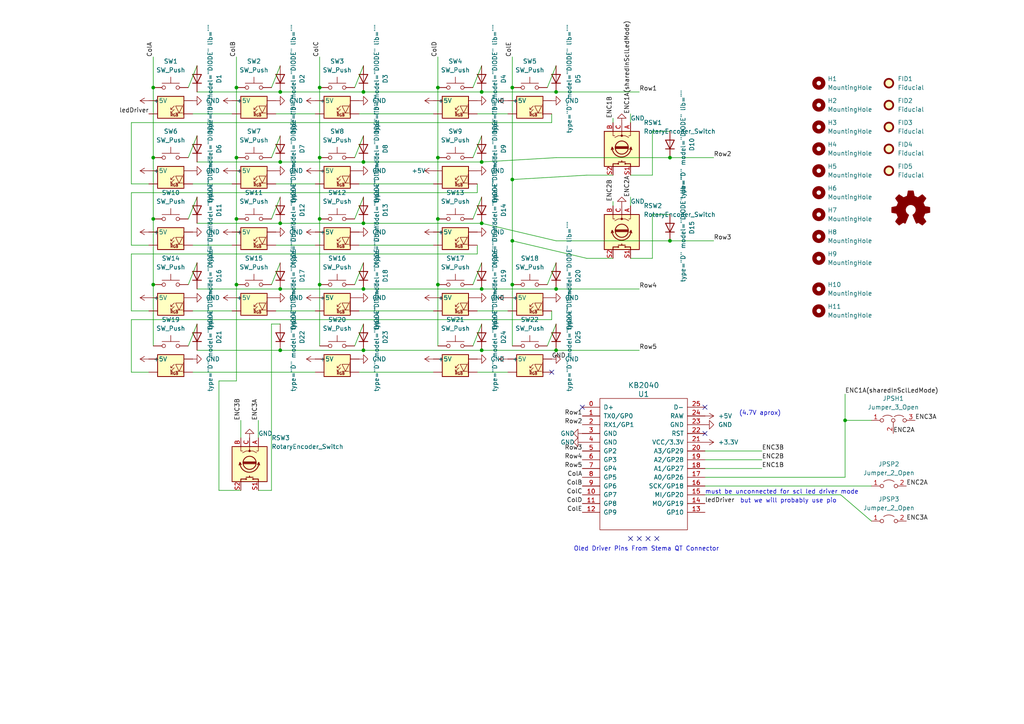
<source format=kicad_sch>
(kicad_sch (version 20211123) (generator eeschema)
  (paper "A4")
  (title_block (title "SouthPaw") (rev "ES2") (company "PeteCB"))
  (lib_symbols
    (symbol "Device:RotaryEncoder_Switch" (pin_names (offset 0.254) hide)
      (property "Reference" "SW" (at 0 6.604 0))
      (property "Value" "RotaryEncoder_Switch" (at 0 -6.604 0))
      (symbol "RotaryEncoder_Switch_1_1"
        (pin passive line (at -7.62 2.54 0) (length 2.54) (name "A") (number "A"))
        (pin passive line (at -7.62 -2.54 0) (length 2.54) (name "B") (number "B"))
        (pin passive line (at -7.62 0 0) (length 2.54) (name "C") (number "C"))
        (pin passive line (at 7.62 2.54 180) (length 2.54) (name "S1") (number "S1"))
        (pin passive line (at 7.62 -2.54 180) (length 2.54) (name "S2") (number "S2"))
      )
    )
    (symbol "Graphic:Logo_Open_Hardware_Small" (pin_names (offset 1.016)))
    (symbol "Jumper:Jumper_2_Open" (pin_names (offset 0) hide)
      (property "Reference" "JP" (at 0 2.794 0))
      (property "Value" "Jumper_2_Open" (at 0 -2.286 0))
      (symbol "Jumper_2_Open_1_1"
        (pin passive line (at -5.08 0 0) (length 2.54) (name "A") (number "1"))
        (pin passive line (at 5.08 0 180) (length 2.54) (name "B") (number "2"))
      )
    )
    (symbol "Jumper:Jumper_3_Open" (pin_names (offset 0) hide)
      (property "Reference" "JP" (at -2.54 -2.54 0))
      (property "Value" "Jumper_3_Open" (at 0 2.794 0))
      (symbol "Jumper_3_Open_1_1"
        (pin passive line (at -6.35 0 0) (length 2.54) (name "A") (number "1"))
        (pin passive line (at 0 -3.81 90) (length 2.54) (name "C") (number "2"))
        (pin passive line (at 6.35 0 180) (length 2.54) (name "B") (number "3"))
      )
    )
    (symbol "Mechanical:Fiducial"
      (property "Reference" "FID" (at 0 5.08 0))
      (property "Value" "Fiducial" (at 0 3.175 0))
    )
    (symbol "Mechanical:MountingHole" (pin_names (offset 1.016))
      (property "Reference" "H" (at 0 5.08 0))
      (property "Value" "MountingHole" (at 0 3.175 0))
    )
    (symbol "MountingHole_1" (pin_names (offset 1.016))
      (property "Reference" "H" (at 0 5.08 0))
      (property "Value" "MountingHole_1" (at 0 3.175 0))
    )
    (symbol "PeteCB:KB2040_pins_only" (pin_names (offset 1.016))
      (property "Reference" "U1" (at 0 20.32 0))
      (property "Value" "KB2040" (at 0 22.86 0))
      (symbol "KB2040_pins_only_1_1"
        (pin input line (at -17.78 16.51 0) (length 5.08) (name "D+") (number "0"))
        (pin input line (at -17.78 13.97 0) (length 5.08) (name "TX0/GP0") (number "1"))
        (pin input line (at -17.78 -8.89 0) (length 5.08) (name "GP7") (number "10"))
        (pin input line (at -17.78 -11.43 0) (length 5.08) (name "GP8") (number "11"))
        (pin input line (at -17.78 -13.97 0) (length 5.08) (name "GP9") (number "12"))
        (pin input line (at 17.78 -13.97 180) (length 5.08) (name "GP10") (number "13"))
        (pin input line (at 17.78 -11.43 180) (length 5.08) (name "MO/GP19") (number "14"))
        (pin input line (at 17.78 -8.89 180) (length 5.08) (name "MI/GP20") (number "15"))
        (pin input line (at 17.78 -6.35 180) (length 5.08) (name "SCK/GP18") (number "16"))
        (pin input line (at 17.78 -3.81 180) (length 5.08) (name "A0/GP26") (number "17"))
        (pin input line (at 17.78 -1.27 180) (length 5.08) (name "A1/GP27") (number "18"))
        (pin input line (at 17.78 1.27 180) (length 5.08) (name "A2/GP28") (number "19"))
        (pin input line (at -17.78 11.43 0) (length 5.08) (name "RX1/GP1") (number "2"))
        (pin input line (at 17.78 3.81 180) (length 5.08) (name "A3/GP29") (number "20"))
        (pin power_out line (at 17.78 6.35 180) (length 5.08) (name "VCC/3.3V") (number "21"))
        (pin input line (at 17.78 8.89 180) (length 5.08) (name "RST") (number "22"))
        (pin power_out line (at 17.78 11.43 180) (length 5.08) (name "GND") (number "23"))
        (pin power_out line (at 17.78 13.97 180) (length 5.08) (name "RAW") (number "24"))
        (pin input line (at 17.78 16.51 180) (length 5.08) (name "D-") (number "25"))
        (pin power_out line (at -17.78 8.89 0) (length 5.08) (name "GND") (number "3"))
        (pin power_out line (at -17.78 6.35 0) (length 5.08) (name "GND") (number "4"))
        (pin input line (at -17.78 3.81 0) (length 5.08) (name "GP2") (number "5"))
        (pin input line (at -17.78 1.27 0) (length 5.08) (name "GP3") (number "6"))
        (pin input line (at -17.78 -1.27 0) (length 5.08) (name "GP4") (number "7"))
        (pin input line (at -17.78 -3.81 0) (length 5.08) (name "GP5") (number "8"))
        (pin input line (at -17.78 -6.35 0) (length 5.08) (name "GP6") (number "9"))
      )
    )
    (symbol "PeteCB:SW_Push_With_WS2812" (pin_numbers hide) (pin_names (offset 1.016) hide)
      (property "Reference" "SW" (at 1.27 2.54 0))
      (property "Value" "SW_Push_With_WS2812" (at 0 -1.524 0))
      (symbol "SW_Push_With_WS2812_0_0"
        (text "RGB" (at 1.016 -8.001 0) (effects (font (size 0.762 0.762))))
      )
      (symbol "SW_Push_With_WS2812_0_1"
        (pin passive line (at -5.08 0 0) (length 2.54) (name "sw1") (number "11"))
        (pin passive line (at 5.08 0 180) (length 2.54) (name "sw2") (number "12"))
      )
      (symbol "SW_Push_With_WS2812_1_1"
        (pin power_in line (at -6.35 -3.81 0) (length 2.54) (name "ledVDD") (number "21"))
        (pin output line (at 6.35 -7.62 180) (length 2.54) (name "ledDOUT") (number "22"))
        (pin power_in line (at 6.35 -3.81 180) (length 2.54) (name "ledGND") (number "23"))
        (pin input line (at -6.35 -7.62 0) (length 2.54) (name "ledDIN") (number "24"))
      )
    )
    (symbol "Simulation_SPICE:DIODE" (pin_numbers hide) (pin_names (offset 1.016) hide)
      (property "Reference" "D" (at 0 2.54 0))
      (property "Value" "DIODE" (at 0 -2.54 0))
      (symbol "DIODE_1_1"
        (pin passive line (at -3.81 0 0) (length 2.54) (name "A") (number "1"))
        (pin passive line (at 3.81 0 180) (length 2.54) (name "K") (number "2"))
      )
    )
    (symbol "power:+3.3V" (power) (pin_names (offset 0))
      (property "Value" "+3.3V" (at 0 3.556 0))
      (symbol "+3.3V_1_1"
        (pin power_in line (at 0 0 90) (length 0) hide (name "+3.3V") (number "1"))
      )
    )
    (symbol "power:+5V" (power) (pin_names (offset 0))
      (property "Value" "+5V" (at 0 3.556 0))
      (symbol "+5V_1_1"
        (pin power_in line (at 0 0 90) (length 0) hide (name "+5V") (number "1"))
      )
    )
    (symbol "power:GND" (power) (pin_names (offset 0))
      (property "Value" "GND" (at 0 -3.81 0))
      (symbol "GND_1_1"
        (pin power_in line (at 0 0 270) (length 0) hide (name "GND") (number "1"))
      )
    )
  )
  (junction (at 81.28 101.6))
  (junction (at 139.7 26.67))
  (junction (at 139.7 46.99))
  (junction (at 161.29 83.82))
  (junction (at 92.71 82.55))
  (junction (at 161.29 101.6))
  (junction (at 127 45.72))
  (junction (at 105.41 101.6))
  (junction (at 127 63.5))
  (junction (at 194.31 45.72))
  (junction (at 68.58 25.4))
  (junction (at 92.71 25.4))
  (junction (at 148.59 69.85))
  (junction (at 81.28 26.67))
  (junction (at 194.31 69.85))
  (junction (at 127 25.4))
  (junction (at 92.71 45.72))
  (junction (at 81.28 46.99))
  (junction (at 105.41 26.67))
  (junction (at 44.45 45.72))
  (junction (at 68.58 63.5))
  (junction (at 68.58 82.55))
  (junction (at 148.59 52.07))
  (junction (at 139.7 83.82))
  (junction (at 44.45 63.5))
  (junction (at 139.7 64.77))
  (junction (at 105.41 64.77))
  (junction (at 68.58 45.72))
  (junction (at 139.7 101.6))
  (junction (at 92.71 63.5))
  (junction (at 105.41 83.82))
  (junction (at 245.11 121.92))
  (junction (at 148.59 25.4))
  (junction (at 44.45 25.4))
  (junction (at 161.29 26.67))
  (junction (at 81.28 83.82))
  (junction (at 148.59 82.55))
  (junction (at 105.41 46.99))
  (junction (at 81.28 64.77))
  (junction (at 44.45 82.55))
  (junction (at 127 82.55))
  (no_connect (at 160.02 107.95))
  (no_connect (at 204.47 125.73))
  (no_connect (at 187.96 156.21))
  (no_connect (at 185.42 156.21))
  (no_connect (at 182.88 156.21))
  (no_connect (at 190.5 156.21))
  (no_connect (at 168.91 118.11))
  (no_connect (at 204.47 118.11))
  (wire (pts (xy 44.45 100.33) (xy 44.45 82.55)))
  (wire (pts (xy 161.29 19.05) (xy 158.75 25.4)))
  (wire (pts (xy 69.85 121.92) (xy 69.85 127)))
  (wire (pts (xy 139.7 19.05) (xy 137.16 25.4)))
  (wire (pts (xy 38.1 35.56) (xy 38.1 53.34)))
  (wire (pts (xy 189.23 62.23) (xy 189.23 74.93)))
  (wire (pts (xy 55.88 107.95) (xy 91.44 107.95)))
  (wire (pts (xy 104.14 33.02) (xy 125.73 33.02)))
  (wire (pts (xy 127 45.72) (xy 127 63.5)))
  (wire (pts (xy 57.15 76.2) (xy 54.61 82.55)))
  (wire (pts (xy 68.58 45.72) (xy 68.58 63.5)))
  (wire (pts (xy 204.47 140.97) (xy 252.73 140.97)))
  (wire (pts (xy 139.7 83.82) (xy 161.29 83.82)))
  (wire (pts (xy 105.41 19.05) (xy 102.87 25.4)))
  (wire (pts (xy 220.98 135.89) (xy 204.47 135.89)))
  (wire (pts (xy 55.88 71.12) (xy 67.31 71.12)))
  (wire (pts (xy 139.7 93.98) (xy 137.16 100.33)))
  (wire (pts (xy 220.98 133.35) (xy 204.47 133.35)))
  (wire (pts (xy 127 25.4) (xy 127 45.72)))
  (wire (pts (xy 148.59 25.4) (xy 148.59 52.07)))
  (wire (pts (xy 38.1 73.66) (xy 38.1 90.17)))
  (wire (pts (xy 80.01 71.12) (xy 91.44 71.12)))
  (wire (pts (xy 57.15 57.15) (xy 54.61 63.5)))
  (wire (pts (xy 182.88 33.02) (xy 182.88 35.56)))
  (wire (pts (xy 148.59 16.51) (xy 148.59 25.4)))
  (wire (pts (xy 189.23 38.1) (xy 194.31 38.1)))
  (wire (pts (xy 138.43 33.02) (xy 147.32 33.02)))
  (wire (pts (xy 189.23 38.1) (xy 189.23 50.8)))
  (wire (pts (xy 105.41 39.37) (xy 102.87 45.72)))
  (wire (pts (xy 177.8 34.29) (xy 177.8 35.56)))
  (wire (pts (xy 44.45 25.4) (xy 44.45 16.51)))
  (wire (pts (xy 44.45 63.5) (xy 44.45 45.72)))
  (wire (pts (xy 161.29 83.82) (xy 185.42 83.82)))
  (wire (pts (xy 204.47 138.43) (xy 245.11 138.43)))
  (wire (pts (xy 139.7 26.67) (xy 161.29 26.67)))
  (wire (pts (xy 81.28 76.2) (xy 78.74 82.55)))
  (wire (pts (xy 182.88 74.93) (xy 189.23 74.93)))
  (wire (pts (xy 170.18 50.8) (xy 148.59 52.07)))
  (wire (pts (xy 81.28 64.77) (xy 105.41 64.77)))
  (wire (pts (xy 161.29 69.85) (xy 194.31 69.85)))
  (wire (pts (xy 68.58 25.4) (xy 68.58 45.72)))
  (wire (pts (xy 182.88 50.8) (xy 189.23 50.8)))
  (wire (pts (xy 68.58 16.51) (xy 68.58 25.4)))
  (wire (pts (xy 138.43 55.88) (xy 38.1 55.88)))
  (wire (pts (xy 105.41 101.6) (xy 139.7 101.6)))
  (wire (pts (xy 74.93 121.92) (xy 74.93 127)))
  (wire (pts (xy 204.47 143.51) (xy 243.84 143.51)))
  (wire (pts (xy 161.29 26.67) (xy 185.42 26.67)))
  (wire (pts (xy 80.01 33.02) (xy 91.44 33.02)))
  (wire (pts (xy 161.29 101.6) (xy 185.42 101.6)))
  (wire (pts (xy 161.29 45.72) (xy 139.7 46.99)))
  (wire (pts (xy 57.15 26.67) (xy 81.28 26.67)))
  (wire (pts (xy 63.5 110.49) (xy 63.5 142.24)))
  (wire (pts (xy 38.1 107.95) (xy 43.18 107.95)))
  (wire (pts (xy 57.15 93.98) (xy 54.61 100.33)))
  (wire (pts (xy 138.43 107.95) (xy 147.32 107.95)))
  (wire (pts (xy 139.7 57.15) (xy 137.16 63.5)))
  (wire (pts (xy 220.98 130.81) (xy 204.47 130.81)))
  (wire (pts (xy 104.14 71.12) (xy 125.73 71.12)))
  (wire (pts (xy 44.45 82.55) (xy 44.45 63.5)))
  (wire (pts (xy 92.71 16.51) (xy 92.71 25.4)))
  (wire (pts (xy 170.18 50.8) (xy 177.8 50.8)))
  (wire (pts (xy 182.88 57.15) (xy 182.88 59.69)))
  (wire (pts (xy 92.71 25.4) (xy 92.71 45.72)))
  (wire (pts (xy 68.58 63.5) (xy 68.58 82.55)))
  (wire (pts (xy 127 63.5) (xy 127 82.55)))
  (wire (pts (xy 63.5 142.24) (xy 69.85 142.24)))
  (wire (pts (xy 81.28 83.82) (xy 105.41 83.82)))
  (wire (pts (xy 80.01 90.17) (xy 91.44 90.17)))
  (wire (pts (xy 92.71 82.55) (xy 92.71 100.33)))
  (wire (pts (xy 78.74 93.98) (xy 81.28 93.98)))
  (wire (pts (xy 57.15 19.05) (xy 54.61 25.4)))
  (wire (pts (xy 245.11 121.92) (xy 245.11 114.3)))
  (wire (pts (xy 74.93 142.24) (xy 78.74 142.24)))
  (wire (pts (xy 57.15 39.37) (xy 54.61 45.72)))
  (wire (pts (xy 80.01 53.34) (xy 91.44 53.34)))
  (wire (pts (xy 189.23 62.23) (xy 194.31 62.23)))
  (wire (pts (xy 160.02 92.71) (xy 38.1 92.71)))
  (wire (pts (xy 55.88 90.17) (xy 67.31 90.17)))
  (wire (pts (xy 127 82.55) (xy 127 100.33)))
  (wire (pts (xy 104.14 90.17) (xy 125.73 90.17)))
  (wire (pts (xy 81.28 101.6) (xy 105.41 101.6)))
  (wire (pts (xy 207.01 45.72) (xy 194.31 45.72)))
  (wire (pts (xy 81.28 57.15) (xy 78.74 63.5)))
  (wire (pts (xy 138.43 73.66) (xy 38.1 73.66)))
  (wire (pts (xy 57.15 46.99) (xy 81.28 46.99)))
  (wire (pts (xy 138.43 53.34) (xy 138.43 55.88)))
  (wire (pts (xy 161.29 76.2) (xy 158.75 82.55)))
  (wire (pts (xy 148.59 69.85) (xy 148.59 82.55)))
  (wire (pts (xy 57.15 64.77) (xy 81.28 64.77)))
  (wire (pts (xy 177.8 58.42) (xy 177.8 59.69)))
  (wire (pts (xy 81.28 26.67) (xy 105.41 26.67)))
  (wire (pts (xy 81.28 39.37) (xy 78.74 45.72)))
  (wire (pts (xy 138.43 90.17) (xy 147.32 90.17)))
  (wire (pts (xy 105.41 83.82) (xy 139.7 83.82)))
  (wire (pts (xy 104.14 53.34) (xy 125.73 53.34)))
  (wire (pts (xy 92.71 63.5) (xy 92.71 82.55)))
  (wire (pts (xy 139.7 39.37) (xy 137.16 45.72)))
  (wire (pts (xy 148.59 52.07) (xy 148.59 69.85)))
  (wire (pts (xy 160.02 90.17) (xy 160.02 92.71)))
  (wire (pts (xy 92.71 45.72) (xy 92.71 63.5)))
  (wire (pts (xy 161.29 93.98) (xy 158.75 100.33)))
  (wire (pts (xy 245.11 121.92) (xy 252.73 121.92)))
  (wire (pts (xy 38.1 55.88) (xy 38.1 71.12)))
  (wire (pts (xy 161.29 45.72) (xy 194.31 45.72)))
  (wire (pts (xy 44.45 45.72) (xy 44.45 25.4)))
  (wire (pts (xy 207.01 69.85) (xy 194.31 69.85)))
  (wire (pts (xy 78.74 142.24) (xy 78.74 93.98)))
  (wire (pts (xy 105.41 46.99) (xy 139.7 46.99)))
  (wire (pts (xy 245.11 121.92) (xy 245.11 138.43)))
  (wire (pts (xy 160.02 33.02) (xy 160.02 35.56)))
  (wire (pts (xy 68.58 110.49) (xy 63.5 110.49)))
  (wire (pts (xy 138.43 71.12) (xy 138.43 73.66)))
  (wire (pts (xy 148.59 82.55) (xy 148.59 100.33)))
  (wire (pts (xy 105.41 76.2) (xy 102.87 82.55)))
  (wire (pts (xy 38.1 71.12) (xy 43.18 71.12)))
  (wire (pts (xy 139.7 101.6) (xy 161.29 101.6)))
  (wire (pts (xy 105.41 93.98) (xy 102.87 100.33)))
  (wire (pts (xy 38.1 92.71) (xy 38.1 107.95)))
  (wire (pts (xy 104.14 107.95) (xy 125.73 107.95)))
  (wire (pts (xy 38.1 90.17) (xy 43.18 90.17)))
  (wire (pts (xy 161.29 69.85) (xy 139.7 64.77)))
  (wire (pts (xy 38.1 53.34) (xy 43.18 53.34)))
  (wire (pts (xy 57.15 83.82) (xy 81.28 83.82)))
  (wire (pts (xy 170.18 74.93) (xy 148.59 69.85)))
  (wire (pts (xy 55.88 53.34) (xy 67.31 53.34)))
  (wire (pts (xy 55.88 33.02) (xy 67.31 33.02)))
  (wire (pts (xy 127 16.51) (xy 127 25.4)))
  (wire (pts (xy 105.41 26.67) (xy 139.7 26.67)))
  (wire (pts (xy 81.28 46.99) (xy 105.41 46.99)))
  (wire (pts (xy 57.15 101.6) (xy 81.28 101.6)))
  (wire (pts (xy 170.18 74.93) (xy 177.8 74.93)))
  (wire (pts (xy 139.7 76.2) (xy 137.16 82.55)))
  (wire (pts (xy 243.84 143.51) (xy 252.73 151.13)))
  (wire (pts (xy 105.41 57.15) (xy 102.87 63.5)))
  (wire (pts (xy 160.02 35.56) (xy 38.1 35.56)))
  (wire (pts (xy 81.28 19.05) (xy 78.74 25.4)))
  (wire (pts (xy 68.58 82.55) (xy 68.58 110.49)))
  (wire (pts (xy 105.41 64.77) (xy 139.7 64.77)))
  (text "Oled Driver Pins From Stema QT Connector" (at 166.37 160.02 0) (effects (font (size 1.27 1.27)) (justify left bottom)))
  (text "must be unconnected for scl led driver mode" (at 204.47 143.51 0) (effects (font (size 1.27 1.27)) (justify left bottom)))
  (text " (4.7V aprox)" (at 213.36 120.65 0) (effects (font (size 1.27 1.27)) (justify left bottom)))
  (text "but we will probably use pio" (at 214.63 146.05 0) (effects (font (size 1.27 1.27)) (justify left bottom)))
  (label "Row3" (at 168.91 130.81 180))
  (label "Row1" (at 168.91 120.65 180))
  (label "Row4" (at 185.42 83.82 0))
  (label "ColD" (at 127 16.51 90))
  (label "ENC2A" (at 182.88 57.15 90))
  (label "ColD" (at 168.91 146.05 180))
  (label "ENC3B" (at 69.85 121.92 90))
  (label "Row2" (at 207.01 45.72 0))
  (label "ledDriver" (at 204.47 146.05 0))
  (label "ColE" (at 148.59 16.51 90))
  (label "Row3" (at 207.01 69.85 0))
  (label "ColE" (at 168.91 148.59 180))
  (label "ENC2B" (at 220.98 133.35 0))
  (label "ENC2A" (at 259.08 125.73 0))
  (label "Row1" (at 185.42 26.67 0))
  (label "ENC1B" (at 177.8 34.29 90))
  (label "GND" (at 160.02 104.14 0))
  (label "ColA" (at 168.91 138.43 180))
  (label "Row2" (at 168.91 123.19 180))
  (label "ENC1B" (at 220.98 135.89 0))
  (label "Row4" (at 168.91 133.35 180))
  (label "ColC" (at 168.91 143.51 180))
  (label "Row5" (at 168.91 135.89 180))
  (label "ENC1A(sharedInSclLedMode)" (at 245.11 114.3 0))
  (label "ENC3B" (at 220.98 130.81 0))
  (label "ColA" (at 44.45 16.51 90))
  (label "Row5" (at 185.42 101.6 0))
  (label "ENC2A" (at 262.89 140.97 0))
  (label "ENC3A" (at 262.89 151.13 0))
  (label "ColB" (at 168.91 140.97 180))
  (label "ENC3A" (at 265.43 121.92 0))
  (label "ENC3A" (at 74.93 121.92 90))
  (label "ENC2B" (at 177.8 58.42 90))
  (label "ENC1A(sharedInSclLedMode)" (at 182.88 33.02 90))
  (label "ledDriver" (at 43.18 33.02 180))
  (label "ColC" (at 92.71 16.51 90))
  (label "ColB" (at 68.58 16.51 90))
  (symbol (lib_id "Simulation_SPICE:DIODE") (at 139.7 43.18 270) (unit 1)
    (property "Reference" "D9" (at 146.05 43.18 0))
    (property "Value" "DIODE" (at 143.51 43.18 0))
    (property "Footprint" "PeteCB:Diode-dual" (effects hide))
    (property "Spice_Netlist_Enabled" "Y" (effects hide))
    (property "Spice_Primitive" "D" (effects hide))
  )
  (symbol (lib_id "Simulation_SPICE:DIODE") (at 57.15 97.79 270) (unit 1)
    (property "Reference" "D21" (at 63.5 97.79 0))
    (property "Value" "DIODE" (at 60.96 97.79 0))
    (property "Footprint" "PeteCB:Diode-dual" (effects hide))
    (property "Spice_Netlist_Enabled" "Y" (effects hide))
    (property "Spice_Primitive" "D" (effects hide))
  )
  (symbol (lib_id "Jumper:Jumper_3_Open") (at 259.08 121.92 0) (unit 1)
    (property "Reference" "JPSH1" (at 259.08 115.57 0))
    (property "Value" "Jumper_3_Open" (at 259.08 118.11 0))
    (property "Footprint" "Jumper:SolderJumper-3_P2.0mm_Open_TrianglePad1.0x1.5mm" (effects hide))
  )
  (symbol (lib_id "Mechanical:MountingHole") (at 237.49 62.23 0) (unit 1) (in_bom no)
    (property "Reference" "H7" (at 240.03 60.9599 0) (effects (justify left)))
    (property "Value" "MountingHole" (at 240.03 63.4999 0) (effects (justify left)))
    (property "Footprint" "PeteCB:m2.5 hole" (effects hide))
  )
  (symbol (lib_id "power:+5V") (at 43.18 104.14 90) (unit 1)
    (property "Reference" "#PWR0114" (effects hide))
    (property "Value" "+5V" (at 44.45 104.1399 90) (effects (justify right)))
  )
  (symbol (lib_id "Simulation_SPICE:DIODE") (at 81.28 97.79 270) (unit 1)
    (property "Reference" "D22" (at 87.63 97.79 0))
    (property "Value" "DIODE" (at 85.09 97.79 0))
    (property "Footprint" "PeteCB:Diode-dual" (effects hide))
    (property "Spice_Netlist_Enabled" "Y" (effects hide))
    (property "Spice_Primitive" "D" (effects hide))
  )
  (symbol (lib_id "power:GND") (at 80.01 86.36 90) (unit 1)
    (property "Reference" "#PWR0120" (effects hide))
    (property "Value" "GND" (at 83.82 86.3599 90) (effects (justify right)))
  )
  (symbol (lib_id "power:GND") (at 180.34 35.56 180) (unit 1)
    (property "Reference" "#PWR0143" (effects hide))
    (property "Value" "GND" (at 182.88 34.2899 0) (effects (justify right)))
  )
  (symbol (lib_id "Graphic:Logo_Open_Hardware_Small") (at 264.16 60.96 0) (unit 1) (in_bom no)
    (property "Reference" "#LOGO1" (effects hide))
    (property "Value" "Logo_Open_Hardware_Small" (effects hide))
    (property "Footprint" "PeteCB:Logo Place Holder" (effects hide))
  )
  (symbol (lib_id "Device:RotaryEncoder_Switch") (at 180.34 67.31 270) (unit 1)
    (property "Reference" "RSW2" (at 186.69 59.69 90) (effects (justify left)))
    (property "Value" "RotaryEncoder_Switch" (at 186.69 62.23 90) (effects (justify left)))
    (property "Footprint" "PeteCB:RotaryEncoder_EC11" (effects hide))
  )
  (symbol (lib_id "Mechanical:MountingHole") (at 237.49 36.83 0) (unit 1) (in_bom no)
    (property "Reference" "H3" (at 240.03 35.5599 0) (effects (justify left)))
    (property "Value" "MountingHole" (at 240.03 38.0999 0) (effects (justify left)))
    (property "Footprint" "PeteCB:m2.5 hole" (effects hide))
  )
  (symbol (lib_id "PeteCB:SW_Push_With_WS2812") (at 97.79 82.55 0) (unit 1)
    (property "Reference" "SW16" (at 97.79 74.93 0))
    (property "Value" "SW_Push" (at 97.79 77.47 0))
    (property "Footprint" "PeteCB:SW_Cherry_MX_1.00u_PCB_WITH_SK6812MINI-E" (effects hide))
  )
  (symbol (lib_id "PeteCB:SW_Push_With_WS2812") (at 73.66 25.4 0) (unit 1)
    (property "Reference" "SW2" (at 73.66 17.78 0))
    (property "Value" "SW_Push" (at 73.66 20.32 0))
    (property "Footprint" "PeteCB:SW_Cherry_MX_1.00u_PCB_WITH_SK6812MINI-E" (effects hide))
  )
  (symbol (lib_id "power:+5V") (at 147.32 29.21 90) (unit 1)
    (property "Reference" "#PWR0125" (effects hide))
    (property "Value" "+5V" (at 148.59 29.2099 90) (effects (justify right)))
  )
  (symbol (lib_id "PeteCB:SW_Push_With_WS2812") (at 97.79 45.72 0) (unit 1)
    (property "Reference" "SW8" (at 97.79 38.1 0))
    (property "Value" "SW_Push" (at 97.79 40.64 0))
    (property "Footprint" "PeteCB:SW_Cherry_MX_1.00u_PCB_WITH_SK6812MINI-E" (effects hide))
  )
  (symbol (lib_id "power:GND") (at 160.02 29.21 90) (unit 1)
    (property "Reference" "#PWR0145" (effects hide))
    (property "Value" "GND" (at 163.83 29.2099 90) (effects (justify right)))
  )
  (symbol (lib_name "MountingHole_1") (lib_id "Mechanical:MountingHole") (at 237.49 30.48 0) (unit 1) (in_bom no)
    (property "Reference" "H2" (at 240.03 29.2099 0) (effects (justify left)))
    (property "Value" "MountingHole" (at 240.03 31.7499 0) (effects (justify left)))
    (property "Footprint" "PeteCB:m2.5 hole" (effects hide))
  )
  (symbol (lib_id "power:+5V") (at 147.32 104.14 90) (unit 1)
    (property "Reference" "#PWR0135" (effects hide))
    (property "Value" "+5V" (at 148.59 104.1399 90) (effects (justify right)))
  )
  (symbol (lib_id "power:+5V") (at 67.31 29.21 90) (unit 1)
    (property "Reference" "#PWR0110" (effects hide))
    (property "Value" "+5V" (at 68.58 29.2099 90) (effects (justify right)))
  )
  (symbol (lib_id "power:+5V") (at 43.18 49.53 90) (unit 1)
    (property "Reference" "#PWR0102" (effects hide))
    (property "Value" "+5V" (at 44.45 49.5299 90) (effects (justify right)))
  )
  (symbol (lib_id "Simulation_SPICE:DIODE") (at 81.28 60.96 270) (unit 1)
    (property "Reference" "D12" (at 87.63 60.96 0))
    (property "Value" "DIODE" (at 85.09 60.96 0))
    (property "Footprint" "PeteCB:Diode-dual" (effects hide))
    (property "Spice_Netlist_Enabled" "Y" (effects hide))
    (property "Spice_Primitive" "D" (effects hide))
  )
  (symbol (lib_id "power:+5V") (at 67.31 49.53 90) (unit 1)
    (property "Reference" "#PWR0107" (effects hide))
    (property "Value" "+5V" (at 68.58 49.5299 90) (effects (justify right)))
  )
  (symbol (lib_id "Simulation_SPICE:DIODE") (at 105.41 22.86 270) (unit 1)
    (property "Reference" "D3" (at 111.76 22.86 0))
    (property "Value" "DIODE" (at 109.22 22.86 0))
    (property "Footprint" "PeteCB:Diode-dual" (effects hide))
    (property "Spice_Netlist_Enabled" "Y" (effects hide))
    (property "Spice_Primitive" "D" (effects hide))
  )
  (symbol (lib_id "power:GND") (at 104.14 49.53 90) (unit 1)
    (property "Reference" "#PWR0130" (effects hide))
    (property "Value" "GND" (at 107.95 49.5299 90) (effects (justify right)))
  )
  (symbol (lib_id "power:+5V") (at 91.44 86.36 90) (unit 1)
    (property "Reference" "#PWR0121" (effects hide))
    (property "Value" "+5V" (at 92.71 86.3599 90) (effects (justify right)))
  )
  (symbol (lib_id "Simulation_SPICE:DIODE") (at 161.29 80.01 270) (unit 1)
    (property "Reference" "D20" (at 167.64 80.01 0))
    (property "Value" "DIODE" (at 165.1 80.01 0))
    (property "Footprint" "PeteCB:Diode-dual" (effects hide))
    (property "Spice_Netlist_Enabled" "Y" (effects hide))
    (property "Spice_Primitive" "D" (effects hide))
  )
  (symbol (lib_id "Simulation_SPICE:DIODE") (at 139.7 60.96 270) (unit 1)
    (property "Reference" "D14" (at 146.05 60.96 0))
    (property "Value" "DIODE" (at 143.51 60.96 0))
    (property "Footprint" "PeteCB:Diode-dual" (effects hide))
    (property "Spice_Netlist_Enabled" "Y" (effects hide))
    (property "Spice_Primitive" "D" (effects hide))
  )
  (symbol (lib_id "Jumper:Jumper_2_Open") (at 257.81 151.13 0) (unit 1)
    (property "Reference" "JPSP3" (at 257.81 144.78 0))
    (property "Value" "Jumper_2_Open" (at 257.81 147.32 0))
    (property "Footprint" "Jumper:SolderJumper-2_P1.3mm_Open_TrianglePad1.0x1.5mm" (effects hide))
  )
  (symbol (lib_id "PeteCB:SW_Push_With_WS2812") (at 132.08 82.55 0) (unit 1)
    (property "Reference" "SW17" (at 132.08 74.93 0))
    (property "Value" "SW_Push" (at 132.08 77.47 0))
    (property "Footprint" "PeteCB:SW_Cherry_MX_1.00u_PCB_WITH_SK6812MINI-E" (effects hide))
  )
  (symbol (lib_id "Device:RotaryEncoder_Switch") (at 180.34 43.18 270) (unit 1)
    (property "Reference" "RSW1" (at 186.69 35.56 90) (effects (justify left)))
    (property "Value" "RotaryEncoder_Switch" (at 186.69 38.1 90) (effects (justify left)))
    (property "Footprint" "PeteCB:RotaryEncoder_EC11" (effects hide))
  )
  (symbol (lib_id "power:+5V") (at 91.44 104.14 90) (unit 1)
    (property "Reference" "#PWR0122" (effects hide))
    (property "Value" "+5V" (at 92.71 104.1399 90) (effects (justify right)))
  )
  (symbol (lib_id "Simulation_SPICE:DIODE") (at 57.15 60.96 270) (unit 1)
    (property "Reference" "D11" (at 63.5 60.96 0))
    (property "Value" "DIODE" (at 60.96 60.96 0))
    (property "Footprint" "PeteCB:Diode-dual" (effects hide))
    (property "Spice_Netlist_Enabled" "Y" (effects hide))
    (property "Spice_Primitive" "D" (effects hide))
  )
  (symbol (lib_id "PeteCB:SW_Push_With_WS2812") (at 132.08 63.5 0) (unit 1)
    (property "Reference" "SW13" (at 132.08 55.88 0))
    (property "Value" "SW_Push" (at 132.08 58.42 0))
    (property "Footprint" "PeteCB:SW_Cherry_MX_1.00u_PCB_WITH_SK6812MINI-E" (effects hide))
  )
  (symbol (lib_id "power:GND") (at 160.02 104.14 90) (unit 1)
    (property "Reference" "#PWR0142" (effects hide))
    (property "Value" "GND" (at 163.83 104.1399 90) (effects (justify right)))
  )
  (symbol (lib_id "PeteCB:SW_Push_With_WS2812") (at 49.53 45.72 0) (unit 1)
    (property "Reference" "SW6" (at 49.53 38.1 0))
    (property "Value" "SW_Push" (at 49.53 40.64 0))
    (property "Footprint" "PeteCB:SW_Cherry_MX_1.00u_PCB_WITH_SK6812MINI-E" (effects hide))
  )
  (symbol (lib_id "PeteCB:SW_Push_With_WS2812") (at 73.66 45.72 0) (unit 1)
    (property "Reference" "SW7" (at 73.66 38.1 0))
    (property "Value" "SW_Push" (at 73.66 40.64 0))
    (property "Footprint" "PeteCB:SW_Cherry_MX_1.00u_PCB_WITH_SK6812MINI-E" (effects hide))
  )
  (symbol (lib_id "power:GND") (at 80.01 29.21 90) (unit 1)
    (property "Reference" "#PWR0112" (effects hide))
    (property "Value" "GND" (at 83.82 29.2099 90) (effects (justify right)))
  )
  (symbol (lib_id "power:+5V") (at 147.32 86.36 90) (unit 1)
    (property "Reference" "#PWR0151" (effects hide))
    (property "Value" "+5V" (at 148.59 86.3599 90) (effects (justify right)))
  )
  (symbol (lib_id "Simulation_SPICE:DIODE") (at 57.15 43.18 270) (unit 1)
    (property "Reference" "D6" (at 63.5 43.18 0))
    (property "Value" "DIODE" (at 60.96 43.18 0))
    (property "Footprint" "PeteCB:Diode-dual" (effects hide))
    (property "Spice_Netlist_Enabled" "Y" (effects hide))
    (property "Spice_Primitive" "D" (effects hide))
  )
  (symbol (lib_id "Mechanical:Fiducial") (at 257.81 36.83 0) (unit 1) (in_bom no)
    (property "Reference" "FID3" (at 260.35 35.5599 0) (effects (justify left)))
    (property "Value" "Fiducial" (at 260.35 38.0999 0) (effects (justify left)))
    (property "Footprint" "Fiducial:Fiducial_0.5mm_Mask1mm" (effects hide))
  )
  (symbol (lib_id "Simulation_SPICE:DIODE") (at 105.41 43.18 270) (unit 1)
    (property "Reference" "D8" (at 111.76 43.18 0))
    (property "Value" "DIODE" (at 109.22 43.18 0))
    (property "Footprint" "PeteCB:Diode-dual" (effects hide))
    (property "Spice_Netlist_Enabled" "Y" (effects hide))
    (property "Spice_Primitive" "D" (effects hide))
  )
  (symbol (lib_id "Simulation_SPICE:DIODE") (at 161.29 22.86 270) (unit 1)
    (property "Reference" "D5" (at 167.64 22.86 0))
    (property "Value" "DIODE" (at 165.1 22.86 0))
    (property "Footprint" "PeteCB:Diode-dual" (effects hide))
    (property "Spice_Netlist_Enabled" "Y" (effects hide))
    (property "Spice_Primitive" "D" (effects hide))
  )
  (symbol (lib_id "power:+5V") (at 125.73 67.31 90) (unit 1)
    (property "Reference" "#PWR0133" (effects hide))
    (property "Value" "+5V" (at 127 67.3099 90) (effects (justify right)))
  )
  (symbol (lib_id "Simulation_SPICE:DIODE") (at 194.31 66.04 270) (unit 1)
    (property "Reference" "D15" (at 200.66 66.04 0))
    (property "Value" "DIODE" (at 198.12 66.04 0))
    (property "Footprint" "PeteCB:Diode-dual" (effects hide))
    (property "Spice_Netlist_Enabled" "Y" (effects hide))
    (property "Spice_Primitive" "D" (effects hide))
  )
  (symbol (lib_id "power:GND") (at 55.88 49.53 90) (unit 1)
    (property "Reference" "#PWR0108" (effects hide))
    (property "Value" "GND" (at 59.69 49.5299 90) (effects (justify right)))
  )
  (symbol (lib_id "PeteCB:SW_Push_With_WS2812") (at 132.08 100.33 0) (unit 1)
    (property "Reference" "SW21" (at 132.08 92.71 0))
    (property "Value" "SW_Push" (at 132.08 95.25 0))
    (property "Footprint" "PeteCB:SW_Cherry_MX_1.00u_PCB_WITH_SK6812MINI-E" (effects hide))
  )
  (symbol (lib_id "power:+5V") (at 125.73 104.14 90) (unit 1)
    (property "Reference" "#PWR0140" (effects hide))
    (property "Value" "+5V" (at 127 104.1399 90) (effects (justify right)))
  )
  (symbol (lib_id "PeteCB:KB2040_pins_only") (at 186.69 134.62 0) (unit 1)
    (property "Reference" "U1" (at 186.69 114.3 0) (effects (font (size 1.524 1.524))))
    (property "Value" "KB2040" (at 186.69 111.76 0) (effects (font (size 1.524 1.524))))
    (property "Footprint" "PeteCB:KB2040 through hole only (top mount with hotpins 3d model view)" (effects hide))
  )
  (symbol (lib_id "power:GND") (at 55.88 86.36 90) (unit 1)
    (property "Reference" "#PWR0118" (effects hide))
    (property "Value" "GND" (at 59.69 86.3599 90) (effects (justify right)))
  )
  (symbol (lib_id "Simulation_SPICE:DIODE") (at 194.31 41.91 270) (unit 1)
    (property "Reference" "D10" (at 200.66 41.91 0))
    (property "Value" "DIODE" (at 198.12 41.91 0))
    (property "Footprint" "PeteCB:Diode-dual" (effects hide))
    (property "Spice_Netlist_Enabled" "Y" (effects hide))
    (property "Spice_Primitive" "D" (effects hide))
  )
  (symbol (lib_id "power:GND") (at 80.01 49.53 90) (unit 1)
    (property "Reference" "#PWR0101" (effects hide))
    (property "Value" "GND" (at 83.82 49.5299 90) (effects (justify right)))
  )
  (symbol (lib_id "power:+5V") (at 125.73 49.53 90) (unit 1)
    (property "Reference" "#PWR0131" (effects hide))
    (property "Value" "+5V" (at 119.38 49.53 90) (effects (justify right)))
  )
  (symbol (lib_id "Simulation_SPICE:DIODE") (at 81.28 43.18 270) (unit 1)
    (property "Reference" "D7" (at 87.63 43.18 0))
    (property "Value" "DIODE" (at 85.09 43.18 0))
    (property "Footprint" "PeteCB:Diode-dual" (effects hide))
    (property "Spice_Netlist_Enabled" "Y" (effects hide))
    (property "Spice_Primitive" "D" (effects hide))
  )
  (symbol (lib_id "power:GND") (at 55.88 67.31 90) (unit 1)
    (property "Reference" "#PWR0105" (effects hide))
    (property "Value" "GND" (at 59.69 67.3099 90) (effects (justify right)))
  )
  (symbol (lib_id "power:+5V") (at 91.44 49.53 90) (unit 1)
    (property "Reference" "#PWR0127" (effects hide))
    (property "Value" "+5V" (at 92.71 49.5299 90) (effects (justify right)))
  )
  (symbol (lib_id "PeteCB:SW_Push_With_WS2812") (at 97.79 100.33 0) (unit 1)
    (property "Reference" "SW20" (at 97.79 92.71 0))
    (property "Value" "SW_Push" (at 97.79 95.25 0))
    (property "Footprint" "PeteCB:SW_Cherry_MX_2.00u_PCB_WITH_SK6812MINI-E" (effects hide))
  )
  (symbol (lib_id "power:GND") (at 204.47 123.19 90) (unit 1)
    (property "Reference" "#PWR0148" (effects hide))
    (property "Value" "GND" (at 208.28 123.1899 90) (effects (justify right)))
  )
  (symbol (lib_id "power:+5V") (at 91.44 67.31 90) (unit 1)
    (property "Reference" "#PWR0126" (effects hide))
    (property "Value" "+5V" (at 92.71 67.3099 90) (effects (justify right)))
  )
  (symbol (lib_id "Simulation_SPICE:DIODE") (at 105.41 60.96 270) (unit 1)
    (property "Reference" "D13" (at 111.76 60.96 0))
    (property "Value" "DIODE" (at 109.22 60.96 0))
    (property "Footprint" "PeteCB:Diode-dual" (effects hide))
    (property "Spice_Netlist_Enabled" "Y" (effects hide))
    (property "Spice_Primitive" "D" (effects hide))
  )
  (symbol (lib_id "power:+5V") (at 125.73 29.21 90) (unit 1)
    (property "Reference" "#PWR0124" (effects hide))
    (property "Value" "+5V" (at 127 29.2099 90) (effects (justify right)))
  )
  (symbol (lib_id "power:+5V") (at 43.18 86.36 90) (unit 1)
    (property "Reference" "#PWR0115" (effects hide))
    (property "Value" "+5V" (at 44.45 86.3599 90) (effects (justify right)))
  )
  (symbol (lib_id "power:GND") (at 104.14 104.14 90) (unit 1)
    (property "Reference" "#PWR0139" (effects hide))
    (property "Value" "GND" (at 107.95 104.1399 90) (effects (justify right)))
  )
  (symbol (lib_id "PeteCB:SW_Push_With_WS2812") (at 73.66 82.55 0) (unit 1)
    (property "Reference" "SW15" (at 73.66 74.93 0))
    (property "Value" "SW_Push" (at 73.66 77.47 0))
    (property "Footprint" "PeteCB:SW_Cherry_MX_1.00u_PCB_WITH_SK6812MINI-E" (effects hide))
  )
  (symbol (lib_id "power:GND") (at 104.14 29.21 90) (unit 1)
    (property "Reference" "#PWR0128" (effects hide))
    (property "Value" "GND" (at 107.95 29.2099 90) (effects (justify right)))
  )
  (symbol (lib_id "Mechanical:MountingHole") (at 237.49 68.58 0) (unit 1) (in_bom no)
    (property "Reference" "H8" (at 240.03 67.3099 0) (effects (justify left)))
    (property "Value" "MountingHole" (at 240.03 69.8499 0) (effects (justify left)))
    (property "Footprint" "PeteCB:m2.5 hole" (effects hide))
  )
  (symbol (lib_id "power:+5V") (at 43.18 67.31 90) (unit 1)
    (property "Reference" "#PWR0103" (effects hide))
    (property "Value" "+5V" (at 44.45 67.3099 90) (effects (justify right)))
  )
  (symbol (lib_id "PeteCB:SW_Push_With_WS2812") (at 153.67 100.33 0) (unit 1)
    (property "Reference" "SW22" (at 153.67 92.71 0))
    (property "Value" "SW_Push" (at 153.67 95.25 0))
    (property "Footprint" "PeteCB:SW_Cherry_MX_2.00u_PCB_WITH_SK6812MINI-E" (effects hide))
  )
  (symbol (lib_id "power:GND") (at 168.91 128.27 270) (unit 1)
    (property "Reference" "#PWR0146" (effects hide))
    (property "Value" "GND" (at 162.56 128.27 90) (effects (justify left)))
  )
  (symbol (lib_id "power:GND") (at 104.14 67.31 90) (unit 1)
    (property "Reference" "#PWR0134" (effects hide))
    (property "Value" "GND" (at 107.95 67.3099 90) (effects (justify right)))
  )
  (symbol (lib_id "Simulation_SPICE:DIODE") (at 57.15 80.01 270) (unit 1)
    (property "Reference" "D16" (at 63.5 80.01 0))
    (property "Value" "DIODE" (at 60.96 80.01 0))
    (property "Footprint" "PeteCB:Diode-dual" (effects hide))
    (property "Spice_Netlist_Enabled" "Y" (effects hide))
    (property "Spice_Primitive" "D" (effects hide))
  )
  (symbol (lib_id "Mechanical:MountingHole") (at 237.49 49.53 0) (unit 1) (in_bom no)
    (property "Reference" "H5" (at 240.03 48.2599 0) (effects (justify left)))
    (property "Value" "MountingHole" (at 240.03 50.7999 0) (effects (justify left)))
    (property "Footprint" "PeteCB:m2.5 hole" (effects hide))
  )
  (symbol (lib_id "Simulation_SPICE:DIODE") (at 139.7 22.86 270) (unit 1)
    (property "Reference" "D4" (at 146.05 22.86 0))
    (property "Value" "DIODE" (at 143.51 22.86 0))
    (property "Footprint" "PeteCB:Diode-dual" (effects hide))
    (property "Spice_Netlist_Enabled" "Y" (effects hide))
    (property "Spice_Primitive" "D" (effects hide))
  )
  (symbol (lib_id "power:+3.3V") (at 204.47 128.27 270) (unit 1)
    (property "Reference" "#PWR0149" (effects hide))
    (property "Value" "+3.3V" (at 208.28 128.2699 90) (effects (justify left)))
  )
  (symbol (lib_id "Mechanical:Fiducial") (at 257.81 43.18 0) (unit 1) (in_bom no)
    (property "Reference" "FID4" (at 260.35 41.9099 0) (effects (justify left)))
    (property "Value" "Fiducial" (at 260.35 44.4499 0) (effects (justify left)))
    (property "Footprint" "Fiducial:Fiducial_0.5mm_Mask1mm" (effects hide))
  )
  (symbol (lib_id "Simulation_SPICE:DIODE") (at 105.41 97.79 270) (unit 1)
    (property "Reference" "D23" (at 111.76 97.79 0))
    (property "Value" "DIODE" (at 109.22 97.79 0))
    (property "Footprint" "PeteCB:Diode-dual" (effects hide))
    (property "Spice_Netlist_Enabled" "Y" (effects hide))
    (property "Spice_Primitive" "D" (effects hide))
  )
  (symbol (lib_id "PeteCB:SW_Push_With_WS2812") (at 132.08 25.4 0) (unit 1)
    (property "Reference" "SW4" (at 132.08 17.78 0))
    (property "Value" "SW_Push" (at 132.08 20.32 0))
    (property "Footprint" "PeteCB:SW_Cherry_MX_1.00u_PCB_WITH_SK6812MINI-E" (effects hide))
  )
  (symbol (lib_id "Simulation_SPICE:DIODE") (at 139.7 97.79 270) (unit 1)
    (property "Reference" "D24" (at 146.05 97.79 0))
    (property "Value" "DIODE" (at 143.51 97.79 0))
    (property "Footprint" "PeteCB:Diode-dual" (effects hide))
    (property "Spice_Netlist_Enabled" "Y" (effects hide))
    (property "Spice_Primitive" "D" (effects hide))
  )
  (symbol (lib_id "PeteCB:SW_Push_With_WS2812") (at 49.53 25.4 0) (unit 1)
    (property "Reference" "SW1" (at 49.53 17.78 0))
    (property "Value" "SW_Push" (at 49.53 20.32 0))
    (property "Footprint" "PeteCB:SW_Cherry_MX_1.00u_PCB_WITH_SK6812MINI-E" (effects hide))
  )
  (symbol (lib_id "power:GND") (at 138.43 49.53 90) (unit 1)
    (property "Reference" "#PWR0132" (effects hide))
    (property "Value" "GND" (at 142.24 49.5299 90) (effects (justify right)))
  )
  (symbol (lib_id "Mechanical:MountingHole") (at 237.49 55.88 0) (unit 1) (in_bom no)
    (property "Reference" "H6" (at 240.03 54.6099 0) (effects (justify left)))
    (property "Value" "MountingHole" (at 240.03 57.1499 0) (effects (justify left)))
    (property "Footprint" "PeteCB:m2.5 hole" (effects hide))
  )
  (symbol (lib_id "PeteCB:SW_Push_With_WS2812") (at 49.53 100.33 0) (unit 1)
    (property "Reference" "SW19" (at 49.53 92.71 0))
    (property "Value" "SW_Push" (at 49.53 95.25 0))
    (property "Footprint" "PeteCB:SW_Cherry_MX_1.00u_PCB_WITH_SK6812MINI-E" (effects hide))
  )
  (symbol (lib_id "PeteCB:SW_Push_With_WS2812") (at 153.67 82.55 0) (unit 1)
    (property "Reference" "SW18" (at 153.67 74.93 0))
    (property "Value" "SW_Push" (at 153.67 77.47 0))
    (property "Footprint" "PeteCB:SW_Cherry_MX_2.00u_PCB_WITH_SK6812MINI-E" (effects hide))
  )
  (symbol (lib_id "power:GND") (at 138.43 67.31 90) (unit 1)
    (property "Reference" "#PWR0129" (effects hide))
    (property "Value" "GND" (at 142.24 67.3099 90) (effects (justify right)))
  )
  (symbol (lib_id "PeteCB:SW_Push_With_WS2812") (at 97.79 25.4 0) (unit 1)
    (property "Reference" "SW3" (at 97.79 17.78 0))
    (property "Value" "SW_Push" (at 97.79 20.32 0))
    (property "Footprint" "PeteCB:SW_Cherry_MX_1.00u_PCB_WITH_SK6812MINI-E" (effects hide))
  )
  (symbol (lib_id "PeteCB:SW_Push_With_WS2812") (at 49.53 63.5 0) (unit 1)
    (property "Reference" "SW10" (at 49.53 55.88 0))
    (property "Value" "SW_Push" (at 49.53 58.42 0))
    (property "Footprint" "PeteCB:SW_Cherry_MX_1.00u_PCB_WITH_SK6812MINI-E" (effects hide))
  )
  (symbol (lib_id "Mechanical:MountingHole") (at 237.49 24.13 0) (unit 1) (in_bom no)
    (property "Reference" "H1" (at 240.03 22.8599 0) (effects (justify left)))
    (property "Value" "MountingHole" (at 240.03 25.3999 0) (effects (justify left)))
    (property "Footprint" "PeteCB:0.91in 128x32 I2C STEMMA QT standoff only with cutout" (effects hide))
  )
  (symbol (lib_id "PeteCB:SW_Push_With_WS2812") (at 153.67 25.4 0) (unit 1)
    (property "Reference" "SW5" (at 153.67 17.78 0))
    (property "Value" "SW_Push" (at 153.67 20.32 0))
    (property "Footprint" "PeteCB:SW_Cherry_MX_1.00u_PCB_WITH_SK6812MINI-E" (effects hide))
  )
  (symbol (lib_id "Simulation_SPICE:DIODE") (at 105.41 80.01 270) (unit 1)
    (property "Reference" "D18" (at 111.76 80.01 0))
    (property "Value" "DIODE" (at 109.22 80.01 0))
    (property "Footprint" "PeteCB:Diode-dual" (effects hide))
    (property "Spice_Netlist_Enabled" "Y" (effects hide))
    (property "Spice_Primitive" "D" (effects hide))
  )
  (symbol (lib_id "Simulation_SPICE:DIODE") (at 161.29 97.79 270) (unit 1)
    (property "Reference" "D25" (at 167.64 97.79 0))
    (property "Value" "DIODE" (at 165.1 97.79 0))
    (property "Footprint" "PeteCB:Diode-dual" (effects hide))
    (property "Spice_Netlist_Enabled" "Y" (effects hide))
    (property "Spice_Primitive" "D" (effects hide))
  )
  (symbol (lib_id "power:GND") (at 160.02 86.36 90) (unit 1)
    (property "Reference" "#PWR0152" (effects hide))
    (property "Value" "GND" (at 163.83 86.3599 90) (effects (justify right)))
  )
  (symbol (lib_id "PeteCB:SW_Push_With_WS2812") (at 97.79 63.5 0) (unit 1)
    (property "Reference" "SW12" (at 97.79 55.88 0))
    (property "Value" "SW_Push" (at 97.79 58.42 0))
    (property "Footprint" "PeteCB:SW_Cherry_MX_1.00u_PCB_WITH_SK6812MINI-E" (effects hide))
  )
  (symbol (lib_id "PeteCB:SW_Push_With_WS2812") (at 132.08 45.72 0) (unit 1)
    (property "Reference" "SW9" (at 132.08 38.1 0))
    (property "Value" "SW_Push" (at 132.08 40.64 0))
    (property "Footprint" "PeteCB:SW_Cherry_MX_1.00u_PCB_WITH_SK6812MINI-E" (effects hide))
  )
  (symbol (lib_id "power:+5V") (at 125.73 86.36 90) (unit 1)
    (property "Reference" "#PWR0137" (effects hide))
    (property "Value" "+5V" (at 127 86.3599 90) (effects (justify right)))
  )
  (symbol (lib_id "power:+5V") (at 91.44 29.21 90) (unit 1)
    (property "Reference" "#PWR0113" (effects hide))
    (property "Value" "+5V" (at 92.71 29.2099 90) (effects (justify right)))
  )
  (symbol (lib_id "Mechanical:MountingHole") (at 237.49 43.18 0) (unit 1) (in_bom no)
    (property "Reference" "H4" (at 240.03 41.9099 0) (effects (justify left)))
    (property "Value" "MountingHole" (at 240.03 44.4499 0) (effects (justify left)))
    (property "Footprint" "PeteCB:m2.5 hole" (effects hide))
  )
  (symbol (lib_id "power:GND") (at 138.43 29.21 90) (unit 1)
    (property "Reference" "#PWR0123" (effects hide))
    (property "Value" "GND" (at 142.24 29.2099 90) (effects (justify right)))
  )
  (symbol (lib_id "power:GND") (at 72.39 127 180) (unit 1)
    (property "Reference" "#PWR0119" (effects hide))
    (property "Value" "GND" (at 74.93 125.7299 0) (effects (justify right)))
  )
  (symbol (lib_id "Simulation_SPICE:DIODE") (at 81.28 80.01 270) (unit 1)
    (property "Reference" "D17" (at 87.63 80.01 0))
    (property "Value" "DIODE" (at 85.09 80.01 0))
    (property "Footprint" "PeteCB:Diode-dual" (effects hide))
    (property "Spice_Netlist_Enabled" "Y" (effects hide))
    (property "Spice_Primitive" "D" (effects hide))
  )
  (symbol (lib_id "power:GND") (at 138.43 104.14 90) (unit 1)
    (property "Reference" "#PWR0136" (effects hide))
    (property "Value" "GND" (at 142.24 104.1399 90) (effects (justify right)))
  )
  (symbol (lib_id "Mechanical:Fiducial") (at 257.81 49.53 0) (unit 1) (in_bom no)
    (property "Reference" "FID5" (at 260.35 48.2599 0) (effects (justify left)))
    (property "Value" "Fiducial" (at 260.35 50.7999 0) (effects (justify left)))
    (property "Footprint" "Fiducial:Fiducial_0.5mm_Mask1mm" (effects hide))
  )
  (symbol (lib_id "Device:RotaryEncoder_Switch") (at 72.39 134.62 270) (unit 1)
    (property "Reference" "RSW3" (at 78.74 127 90) (effects (justify left)))
    (property "Value" "RotaryEncoder_Switch" (at 78.74 129.54 90) (effects (justify left)))
    (property "Footprint" "PeteCB:RotaryEncoder_EC11" (effects hide))
  )
  (symbol (lib_id "power:GND") (at 180.34 59.69 180) (unit 1)
    (property "Reference" "#PWR0144" (effects hide))
    (property "Value" "GND" (at 182.88 58.4199 0) (effects (justify right)))
  )
  (symbol (lib_id "Mechanical:MountingHole") (at 237.49 90.17 0) (unit 1) (in_bom no)
    (property "Reference" "H11" (at 240.03 88.8999 0) (effects (justify left)))
    (property "Value" "MountingHole" (at 240.03 91.4399 0) (effects (justify left)))
    (property "Footprint" "PeteCB:m2.5 hole" (effects hide))
  )
  (symbol (lib_id "power:+5V") (at 67.31 67.31 90) (unit 1)
    (property "Reference" "#PWR0106" (effects hide))
    (property "Value" "+5V" (at 68.58 67.3099 90) (effects (justify right)))
  )
  (symbol (lib_id "power:GND") (at 104.14 86.36 90) (unit 1)
    (property "Reference" "#PWR0141" (effects hide))
    (property "Value" "GND" (at 107.95 86.3599 90) (effects (justify right)))
  )
  (symbol (lib_id "Simulation_SPICE:DIODE") (at 57.15 22.86 270) (unit 1)
    (property "Reference" "D1" (at 63.5 22.86 0))
    (property "Value" "DIODE" (at 60.96 22.86 0))
    (property "Footprint" "PeteCB:Diode-dual" (effects hide))
    (property "Spice_Netlist_Enabled" "Y" (effects hide))
    (property "Spice_Primitive" "D" (effects hide))
  )
  (symbol (lib_id "power:GND") (at 80.01 67.31 90) (unit 1)
    (property "Reference" "#PWR0109" (effects hide))
    (property "Value" "GND" (at 83.82 67.3099 90) (effects (justify right)))
  )
  (symbol (lib_id "PeteCB:SW_Push_With_WS2812") (at 49.53 82.55 0) (unit 1)
    (property "Reference" "SW14" (at 49.53 74.93 0))
    (property "Value" "SW_Push" (at 49.53 77.47 0))
    (property "Footprint" "PeteCB:SW_Cherry_MX_1.00u_PCB_WITH_SK6812MINI-E" (effects hide))
  )
  (symbol (lib_id "power:+5V") (at 43.18 29.21 90) (unit 1)
    (property "Reference" "#PWR0104" (effects hide))
    (property "Value" "+5V" (at 44.45 29.2099 90) (effects (justify right)))
  )
  (symbol (lib_id "Mechanical:Fiducial") (at 257.81 30.48 0) (unit 1) (in_bom no)
    (property "Reference" "FID2" (at 260.35 29.2099 0) (effects (justify left)))
    (property "Value" "Fiducial" (at 260.35 31.7499 0) (effects (justify left)))
    (property "Footprint" "Fiducial:Fiducial_0.5mm_Mask1mm" (effects hide))
  )
  (symbol (lib_id "Mechanical:MountingHole") (at 237.49 83.82 0) (unit 1) (in_bom no)
    (property "Reference" "H10" (at 240.03 82.5499 0) (effects (justify left)))
    (property "Value" "MountingHole" (at 240.03 85.0899 0) (effects (justify left)))
    (property "Footprint" "PeteCB:m2.5 hole" (effects hide))
  )
  (symbol (lib_id "power:+5V") (at 67.31 86.36 90) (unit 1)
    (property "Reference" "#PWR0116" (effects hide))
    (property "Value" "+5V" (at 68.58 86.3599 90) (effects (justify right)))
  )
  (symbol (lib_id "power:GND") (at 168.91 125.73 270) (unit 1)
    (property "Reference" "#PWR0147" (effects hide))
    (property "Value" "GND" (at 162.56 125.73 90) (effects (justify left)))
  )
  (symbol (lib_id "power:GND") (at 55.88 29.21 90) (unit 1)
    (property "Reference" "#PWR0111" (effects hide))
    (property "Value" "GND" (at 59.69 29.2099 90) (effects (justify right)))
  )
  (symbol (lib_id "Jumper:Jumper_2_Open") (at 257.81 140.97 0) (unit 1)
    (property "Reference" "JPSP2" (at 257.81 134.62 0))
    (property "Value" "Jumper_2_Open" (at 257.81 137.16 0))
    (property "Footprint" "Jumper:SolderJumper-2_P1.3mm_Open_TrianglePad1.0x1.5mm" (effects hide))
  )
  (symbol (lib_id "Mechanical:MountingHole") (at 237.49 74.93 0) (unit 1) (in_bom no)
    (property "Reference" "H9" (at 240.03 73.6599 0) (effects (justify left)))
    (property "Value" "MountingHole" (at 240.03 76.1999 0) (effects (justify left)))
    (property "Footprint" "PeteCB:m2.5 hole" (effects hide))
  )
  (symbol (lib_id "power:GND") (at 138.43 86.36 90) (unit 1)
    (property "Reference" "#PWR0138" (effects hide))
    (property "Value" "GND" (at 142.24 86.3599 90) (effects (justify right)))
  )
  (symbol (lib_id "power:+5V") (at 204.47 120.65 270) (unit 1)
    (property "Reference" "#PWR0150" (effects hide))
    (property "Value" "+5V" (at 208.28 120.6499 90) (effects (justify left)))
  )
  (symbol (lib_id "Simulation_SPICE:DIODE") (at 81.28 22.86 270) (unit 1)
    (property "Reference" "D2" (at 87.63 22.86 0))
    (property "Value" "DIODE" (at 85.09 22.86 0))
    (property "Footprint" "PeteCB:Diode-dual" (effects hide))
    (property "Spice_Netlist_Enabled" "Y" (effects hide))
    (property "Spice_Primitive" "D" (effects hide))
  )
  (symbol (lib_id "power:GND") (at 55.88 104.14 90) (unit 1)
    (property "Reference" "#PWR0117" (effects hide))
    (property "Value" "GND" (at 59.69 104.1399 90) (effects (justify right)))
  )
  (symbol (lib_id "Simulation_SPICE:DIODE") (at 139.7 80.01 270) (unit 1)
    (property "Reference" "D19" (at 146.05 80.01 0))
    (property "Value" "DIODE" (at 143.51 80.01 0))
    (property "Footprint" "PeteCB:Diode-dual" (effects hide))
    (property "Spice_Netlist_Enabled" "Y" (effects hide))
    (property "Spice_Primitive" "D" (effects hide))
  )
  (symbol (lib_id "PeteCB:SW_Push_With_WS2812") (at 73.66 63.5 0) (unit 1)
    (property "Reference" "SW11" (at 73.66 55.88 0))
    (property "Value" "SW_Push" (at 73.66 58.42 0))
    (property "Footprint" "PeteCB:SW_Cherry_MX_1.00u_PCB_WITH_SK6812MINI-E" (effects hide))
  )
  (symbol (lib_id "Mechanical:Fiducial") (at 257.81 24.13 0) (unit 1)
    (property "Reference" "FID1" (at 260.35 22.8599 0) (effects (justify left)))
    (property "Value" "Fiducial" (at 260.35 25.3999 0) (effects (justify left)))
    (property "Footprint" "Fiducial:Fiducial_0.5mm_Mask1mm" (effects hide))
  )
)
</source>
